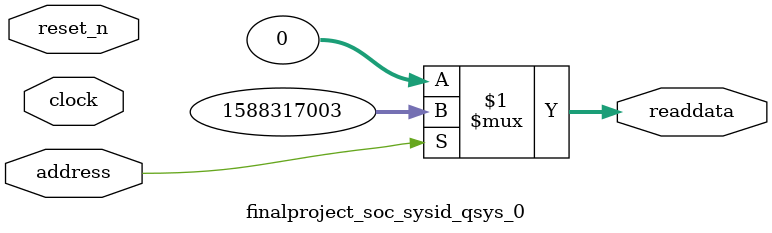
<source format=v>



// synthesis translate_off
`timescale 1ns / 1ps
// synthesis translate_on

// turn off superfluous verilog processor warnings 
// altera message_level Level1 
// altera message_off 10034 10035 10036 10037 10230 10240 10030 

module finalproject_soc_sysid_qsys_0 (
               // inputs:
                address,
                clock,
                reset_n,

               // outputs:
                readdata
             )
;

  output  [ 31: 0] readdata;
  input            address;
  input            clock;
  input            reset_n;

  wire    [ 31: 0] readdata;
  //control_slave, which is an e_avalon_slave
  assign readdata = address ? 1588317003 : 0;

endmodule



</source>
